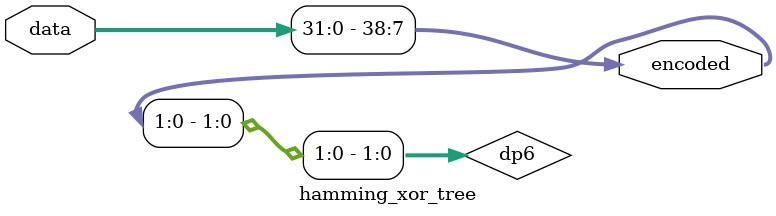
<source format=sv>
module hamming_xor_tree(
    input [31:0] data,
    output [38:0] encoded
);
    wire [31:0] dp1, dp2, dp3, dp4, dp5, dp6;
    
    // XOR tree for parity bits - level 1
    assign dp1[0] = data[0] ^ data[1];
    assign dp1[1] = data[2] ^ data[3];
    // ... more XOR pairs for all bits
    
    // XOR tree - level 2
    assign dp2[0] = dp1[0] ^ dp1[1];
    // ... more XORs for level 2
    
    // ... more XOR tree levels
    
    // Final parity bits (simplified)
    assign encoded[0] = dp6[0];
    assign encoded[1] = dp6[1];
    // ... more parity assignments
    
    // Data bit placement (simplified)
    assign encoded[38:7] = data;
endmodule
</source>
